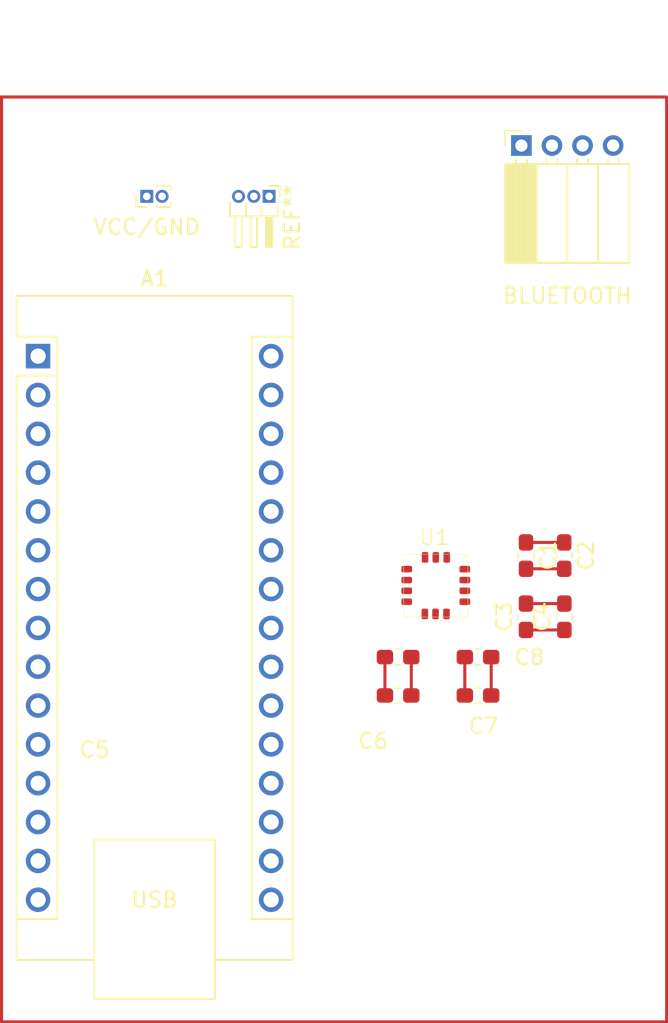
<source format=kicad_pcb>
(kicad_pcb (version 20240108) (generator "pcbnew") (generator_version "8.0")
  (layers (0 "F.Cu" signal) (31 "B.Cu" signal) (34 "B.Paste" user) (35 "F.Paste" user) (36 "B.SilkS" user "B.Silkscreen") (37 "F.SilkS" user "F.Silkscreen") (38 "B.Mask" user) (39 "F.Mask" user) (44 "Edge.Cuts" user))
  (net 0 "")
  (net 31 "Net-(C1-Pad1)")
  (net 32 "Net-(C1-Pad2)")
  (net 33 "Net-(C3-Pad2)")
  (net 34 "Net-(C3-Pad1)")
  (net 35 "Net-(C5-Pad2)")
  (net 36 "Net-(C5-Pad1)")
  (net 37 "Net-(C7-Pad2)")
  (net 38 "Net-(C7-Pad1)")
  (net 43 "Net-(U1-GND-Pad12)")
  (footprint "Capacitor_SMD:C_0603_1608Metric_Pad1.08x0.95mm_HandSolder" (layer "F.Cu") (at 166.4375 97.1475)
    (property "Reference" "C6" (at -1.6275 2.99 0) (layer "F.SilkS"))
    (property "Value" "C")
    (fp_line (start -0.146267 -0.51) (end 0.146267 -0.51) (stroke (width 0.12)) (layer "F.SilkS"))
    (fp_line (start -0.146267 0.51) (end 0.146267 0.51) (stroke (width 0.12)) (layer "F.SilkS"))
    (pad "1" smd roundrect (at -0.8625 0) (size 1.075 0.95) (layers "F.Cu" "F.Paste" "F.Mask") (net 36 "Net-(C5-Pad1)"))
    (pad "2" smd roundrect (at 0.8625 0) (size 1.075 0.95) (layers "F.Cu" "F.Paste" "F.Mask") (net 35 "Net-(C5-Pad2)"))
  )
  (footprint "Capacitor_SMD:C_0603_1608Metric_Pad1.08x0.95mm_HandSolder" (layer "F.Cu") (at 171.6625 97.1475 180)
    (property "Reference" "C7" (at -0.3625 -1.99 180) (layer "F.SilkS"))
    (property "Value" "C")
    (fp_line (start -0.146267 0.51) (end 0.146267 0.51) (stroke (width 0.12)) (layer "F.SilkS"))
    (fp_line (start -0.146267 -0.51) (end 0.146267 -0.51) (stroke (width 0.12)) (layer "F.SilkS"))
    (pad "1" smd roundrect (at -0.8625 0 180) (size 1.075 0.95) (layers "F.Cu" "F.Paste" "F.Mask") (net 38 "Net-(C7-Pad1)"))
    (pad "2" smd roundrect (at 0.8625 0 180) (size 1.075 0.95) (layers "F.Cu" "F.Paste" "F.Mask") (net 37 "Net-(C7-Pad2)"))
  )
  (footprint "Capacitor_SMD:C_0603_1608Metric_Pad1.08x0.95mm_HandSolder" (layer "F.Cu") (at 174.8 88 -90)
    (property "Reference" "C1" (at 0 -1.43 90) (layer "F.SilkS"))
    (property "Value" "C")
    (fp_line (start -0.146267 0.51) (end 0.146267 0.51) (stroke (width 0.12)) (layer "F.SilkS"))
    (fp_line (start -0.146267 -0.51) (end 0.146267 -0.51) (stroke (width 0.12)) (layer "F.SilkS"))
    (pad "1" smd roundrect (at -0.8625 0 270) (size 1.075 0.95) (layers "F.Cu" "F.Paste" "F.Mask") (net 31 "Net-(C1-Pad1)"))
    (pad "2" smd roundrect (at 0.8625 0 270) (size 1.075 0.95) (layers "F.Cu" "F.Paste" "F.Mask") (net 32 "Net-(C1-Pad2)"))
  )
  (footprint "ee410:adxl359" (layer "F.Cu") (at 169 90 -90)
    (property "Reference" "U1" (at -3.2 0.2 0) (layer "F.SilkS") (effects (font (thickness 0.1))))
    (property "Value" "ADXL363")
    (fp_line (start -2.1 -1.7) (end -1.8 -2) (stroke (width 0.025)) (layer "F.SilkS"))
    (fp_rect (start -2.0845 -2) (end 2.0155 2.2) (stroke (width 0.025)) (fill none) (layer "F.SilkS"))
    (pad "1" smd roundrect (at -1.8845 -0.6155 270) (size 0.7 0.431) (layers "F.Cu" "F.Paste" "F.Mask"))
    (pad "2" smd roundrect (at -1.8845 0.1 270) (size 0.7 0.431) (layers "F.Cu" "F.Paste" "F.Mask"))
    (pad "3" smd roundrect (at -1.8845 0.8 270) (size 0.7 0.431) (layers "F.Cu" "F.Paste" "F.Mask"))
    (pad "4" smd roundrect (at -1.1155 2 180) (size 0.7 0.431) (layers "F.Cu" "F.Paste" "F.Mask"))
    (pad "5" smd roundrect (at -0.4 2 180) (size 0.7 0.431) (layers "F.Cu" "F.Paste" "F.Mask"))
    (pad "6" smd roundrect (at 0.3 2 180) (size 0.7 0.431) (layers "F.Cu" "F.Paste" "F.Mask"))
    (pad "7" smd roundrect (at 1.0155 2 180) (size 0.7 0.431) (layers "F.Cu" "F.Paste" "F.Mask"))
    (pad "8" smd roundrect (at 1.8155 0.8155 270) (size 0.7 0.431) (layers "F.Cu" "F.Paste" "F.Mask"))
    (pad "9" smd roundrect (at 1.8155 0.1155 270) (size 0.7 0.431) (layers "F.Cu" "F.Paste" "F.Mask"))
    (pad "10" smd roundrect (at 1.8155 -0.6 270) (size 0.7 0.431) (layers "F.Cu" "F.Paste" "F.Mask"))
    (pad "11" smd roundrect (at 1.0155 -1.8 180) (size 0.7 0.431) (layers "F.Cu" "F.Paste" "F.Mask"))
    (pad "12" smd roundrect (at 0.3 -1.8 180) (size 0.7 0.431) (layers "F.Cu" "F.Paste" "F.Mask") (net 43 "Net-(U1-GND-Pad12)"))
    (pad "13" smd roundrect (at -0.4 -1.8 180) (size 0.7 0.431) (layers "F.Cu" "F.Paste" "F.Mask") (net 43 "Net-(U1-GND-Pad12)"))
    (pad "14" smd roundrect (at -1.1155 -1.8 180) (size 0.7 0.431) (layers "F.Cu" "F.Paste" "F.Mask"))
  )
  (footprint "Capacitor_SMD:C_0603_1608Metric_Pad1.08x0.95mm_HandSolder" (layer "F.Cu") (at 177.3 88 -90)
    (property "Reference" "C2" (at 0 -1.43 90) (layer "F.SilkS"))
    (property "Value" "C")
    (fp_line (start -0.146267 0.51) (end 0.146267 0.51) (stroke (width 0.12)) (layer "F.SilkS"))
    (fp_line (start -0.146267 -0.51) (end 0.146267 -0.51) (stroke (width 0.12)) (layer "F.SilkS"))
    (pad "1" smd roundrect (at -0.8625 0 270) (size 1.075 0.95) (layers "F.Cu" "F.Paste" "F.Mask") (net 31 "Net-(C1-Pad1)"))
    (pad "2" smd roundrect (at 0.8625 0 270) (size 1.075 0.95) (layers "F.Cu" "F.Paste" "F.Mask") (net 32 "Net-(C1-Pad2)"))
  )
  (footprint "Connector_PinSocket_2.00mm:PinSocket_1x04_P2.00mm_Horizontal" (layer "F.Cu") (at 174.5 61.175 90)
    (property "Reference" "BLUETOOTH" (at -9.825 3 0) (layer "F.SilkS"))
    (property "Value" "PinSocket_1x04_P2.00mm_Horizontal" (hide yes))
    (fp_line (start 0.935 -1.06) (end 0.935 0) (stroke (width 0.12)) (layer "F.SilkS"))
    (fp_line (start 0 -1.06) (end 0.935 -1.06) (stroke (width 0.12)) (layer "F.SilkS"))
    (fp_line (start -1.21 -1.06) (end -1.21 7.06) (stroke (width 0.12)) (layer "F.SilkS"))
    (fp_line (start -7.68 -1.06) (end -1.21 -1.06) (stroke (width 0.12)) (layer "F.SilkS"))
    (fp_line (start -7.68 -1.06) (end -7.68 7.06) (stroke (width 0.12)) (layer "F.SilkS"))
    (fp_line (start -7.68 -0.94) (end -1.21 -0.94) (stroke (width 0.12)) (layer "F.SilkS"))
    (fp_line (start -7.68 -0.825882) (end -1.21 -0.825882) (stroke (width 0.12)) (layer "F.SilkS"))
    (fp_line (start -7.68 -0.711764) (end -1.21 -0.711764) (stroke (width 0.12)) (layer "F.SilkS"))
    (fp_line (start -7.68 -0.597646) (end -1.21 -0.597646) (stroke (width 0.12)) (layer "F.SilkS"))
    (fp_line (start -7.68 -0.483528) (end -1.21 -0.483528) (stroke (width 0.12)) (layer "F.SilkS"))
    (fp_line (start -7.68 -0.36941) (end -1.21 -0.36941) (stroke (width 0.12)) (layer "F.SilkS"))
    (fp_line (start -1.21 -0.36) (end -0.935 -0.36) (stroke (width 0.12)) (layer "F.SilkS"))
    (fp_line (start -7.68 -0.255292) (end -1.21 -0.255292) (stroke (width 0.12)) (layer "F.SilkS"))
    (fp_line (start -7.68 -0.141174) (end -1.21 -0.141174) (stroke (width 0.12)) (layer "F.SilkS"))
    (fp_line (start -7.68 -0.027056) (end -1.21 -0.027056) (stroke (width 0.12)) (layer "F.SilkS"))
    (fp_line (start -7.68 0.087062) (end -1.21 0.087062) (stroke (width 0.12)) (layer "F.SilkS"))
    (fp_line (start -7.68 0.20118) (end -1.21 0.20118) (stroke (width 0.12)) (layer "F.SilkS"))
    (fp_line (start -7.68 0.315298) (end -1.21 0.315298) (stroke (width 0.12)) (layer "F.SilkS"))
    (fp_line (start -1.21 0.36) (end -0.935 0.36) (stroke (width 0.12)) (layer "F.SilkS"))
    (fp_line (start -7.68 0.429416) (end -1.21 0.429416) (stroke (width 0.12)) (layer "F.SilkS"))
    (fp_line (start -7.68 0.543534) (end -1.21 0.543534) (stroke (width 0.12)) (layer "F.SilkS"))
    (fp_line (start -7.68 0.657652) (end -1.21 0.657652) (stroke (width 0.12)) (layer "F.SilkS"))
    (fp_line (start -7.68 0.77177) (end -1.21 0.77177) (stroke (width 0.12)) (layer "F.SilkS"))
    (fp_line (start -7.68 0.885888) (end -1.21 0.885888) (stroke (width 0.12)) (layer "F.SilkS"))
    (fp_line (start -7.68 1) (end -1.21 1) (stroke (width 0.12)) (layer "F.SilkS"))
    (fp_line (start -1.21 1.64) (end -0.862917 1.64) (stroke (width 0.12)) (layer "F.SilkS"))
    (fp_line (start -1.21 2.36) (end -0.862917 2.36) (stroke (width 0.12)) (layer "F.SilkS"))
    (fp_line (start -7.68 3) (end -1.21 3) (stroke (width 0.12)) (layer "F.SilkS"))
    (fp_line (start -1.21 3.64) (end -0.862917 3.64) (stroke (width 0.12)) (layer "F.SilkS"))
    (fp_line (start -1.21 4.36) (end -0.862917 4.36) (stroke (width 0.12)) (layer "F.SilkS"))
    (fp_line (start -7.68 5) (end -1.21 5) (stroke (width 0.12)) (layer "F.SilkS"))
    (fp_line (start -1.21 5.64) (end -0.862917 5.64) (stroke (width 0.12)) (layer "F.SilkS"))
    (fp_line (start -1.21 6.36) (end -0.862917 6.36) (stroke (width 0.12)) (layer "F.SilkS"))
    (fp_line (start -7.68 7.06) (end -1.21 7.06) (stroke (width 0.12)) (layer "F.SilkS"))
    (pad "1" thru_hole rect (at 0 0 90) (size 1.35 1.35) (drill 0.8) (layers "*.Cu" "*.Mask"))
    (pad "2" thru_hole oval (at 0 2 90) (size 1.35 1.35) (drill 0.8) (layers "*.Cu" "*.Mask"))
    (pad "3" thru_hole oval (at 0 4 90) (size 1.35 1.35) (drill 0.8) (layers "*.Cu" "*.Mask"))
    (pad "4" thru_hole oval (at 0 6 90) (size 1.35 1.35) (drill 0.8) (layers "*.Cu" "*.Mask"))
  )
  (footprint "Capacitor_SMD:C_0603_1608Metric_Pad1.08x0.95mm_HandSolder" (layer "F.Cu") (at 171.6625 94.6375 180)
    (property "Reference" "C8" (at -3.3625 0 180) (layer "F.SilkS"))
    (property "Value" "C")
    (fp_line (start -0.146267 0.51) (end 0.146267 0.51) (stroke (width 0.12)) (layer "F.SilkS"))
    (fp_line (start -0.146267 -0.51) (end 0.146267 -0.51) (stroke (width 0.12)) (layer "F.SilkS"))
    (pad "1" smd roundrect (at -0.8625 0 180) (size 1.075 0.95) (layers "F.Cu" "F.Paste" "F.Mask") (net 38 "Net-(C7-Pad1)"))
    (pad "2" smd roundrect (at 0.8625 0 180) (size 1.075 0.95) (layers "F.Cu" "F.Paste" "F.Mask") (net 37 "Net-(C7-Pad2)"))
  )
  (footprint "Capacitor_SMD:C_0603_1608Metric_Pad1.08x0.95mm_HandSolder" (layer "F.Cu") (at 174.8 92 90)
    (property "Reference" "C3" (at 0 -1.43 270) (layer "F.SilkS"))
    (property "Value" "C")
    (fp_line (start -0.146267 -0.51) (end 0.146267 -0.51) (stroke (width 0.12)) (layer "F.SilkS"))
    (fp_line (start -0.146267 0.51) (end 0.146267 0.51) (stroke (width 0.12)) (layer "F.SilkS"))
    (pad "1" smd roundrect (at -0.8625 0 90) (size 1.075 0.95) (layers "F.Cu" "F.Paste" "F.Mask") (net 34 "Net-(C3-Pad1)"))
    (pad "2" smd roundrect (at 0.8625 0 90) (size 1.075 0.95) (layers "F.Cu" "F.Paste" "F.Mask") (net 33 "Net-(C3-Pad2)"))
  )
  (footprint "Connector_PinHeader_1.00mm:PinHeader_1x03_P1.00mm_Horizontal" (layer "F.Cu") (at 158 64.5 -90)
    (property "Reference" "REF**" (at 1.375 -1.5 90) (layer "F.SilkS"))
    (property "Value" "PinHeader_1x03_P1.00mm_Horizontal")
    (fp_line (start 1.31 2.56) (end 0.394493 2.56) (stroke (width 0.12)) (layer "F.SilkS"))
    (fp_line (start 3.31 2.21) (end 1.31 2.21) (stroke (width 0.12)) (layer "F.SilkS"))
    (fp_line (start 1.31 1.79) (end 3.31 1.79) (stroke (width 0.12)) (layer "F.SilkS"))
    (fp_line (start 3.31 1.79) (end 3.31 2.21) (stroke (width 0.12)) (layer "F.SilkS"))
    (fp_line (start 0.468215 1.5) (end 1.31 1.5) (stroke (width 0.12)) (layer "F.SilkS"))
    (fp_line (start 3.31 1.21) (end 1.31 1.21) (stroke (width 0.12)) (layer "F.SilkS"))
    (fp_line (start 1.31 0.79) (end 3.31 0.79) (stroke (width 0.12)) (layer "F.SilkS"))
    (fp_line (start 3.31 0.79) (end 3.31 1.21) (stroke (width 0.12)) (layer "F.SilkS"))
    (fp_line (start 0.685 0.5) (end 1.31 0.5) (stroke (width 0.12)) (layer "F.SilkS"))
    (fp_line (start 3.31 0.21) (end 1.31 0.21) (stroke (width 0.12)) (layer "F.SilkS"))
    (fp_line (start 1.31 0.09) (end 3.31 0.09) (stroke (width 0.12)) (layer "F.SilkS"))
    (fp_line (start -0.685 0) (end -0.685 -0.685) (stroke (width 0.12)) (layer "F.SilkS"))
    (fp_line (start 1.31 -0.03) (end 3.31 -0.03) (stroke (width 0.12)) (layer "F.SilkS"))
    (fp_line (start 1.31 -0.15) (end 3.31 -0.15) (stroke (width 0.12)) (layer "F.SilkS"))
    (fp_line (start 1.31 -0.21) (end 3.31 -0.21) (stroke (width 0.12)) (layer "F.SilkS"))
    (fp_line (start 3.31 -0.21) (end 3.31 0.21) (stroke (width 0.12)) (layer "F.SilkS"))
    (fp_line (start 0.685 -0.56) (end 1.31 -0.56) (stroke (width 0.12)) (layer "F.SilkS"))
    (fp_line (start 1.31 -0.56) (end 1.31 2.56) (stroke (width 0.12)) (layer "F.SilkS"))
    (fp_line (start -0.685 -0.685) (end 0 -0.685) (stroke (width 0.12)) (layer "F.SilkS"))
    (pad "1" thru_hole rect (at 0 0 270) (size 0.85 0.85) (drill 0.5) (layers "*.Cu" "*.Mask"))
    (pad "2" thru_hole oval (at 0 1 270) (size 0.85 0.85) (drill 0.5) (layers "*.Cu" "*.Mask"))
    (pad "3" thru_hole oval (at 0 2 270) (size 0.85 0.85) (drill 0.5) (layers "*.Cu" "*.Mask"))
  )
  (footprint "Connector_PinHeader_1.00mm:PinHeader_1x02_P1.00mm_Vertical" (layer "F.Cu") (at 150 64.5 90)
    (property "Reference" "VCC/GND" (at -2 0 0) (layer "F.SilkS"))
    (property "Value" "PinHeader_1x02_P1.00mm_Vertical" (hide yes))
    (fp_line (start -0.695 -0.685) (end 0 -0.685) (stroke (width 0.12)) (layer "F.SilkS"))
    (fp_line (start -0.695 0) (end -0.695 -0.685) (stroke (width 0.12)) (layer "F.SilkS"))
    (fp_line (start 0.695 0.685) (end 0.695 1.56) (stroke (width 0.12)) (layer "F.SilkS"))
    (fp_line (start 0.608276 0.685) (end 0.695 0.685) (stroke (width 0.12)) (layer "F.SilkS"))
    (fp_line (start -0.695 0.685) (end -0.608276 0.685) (stroke (width 0.12)) (layer "F.SilkS"))
    (fp_line (start -0.695 0.685) (end -0.695 1.56) (stroke (width 0.12)) (layer "F.SilkS"))
    (fp_line (start 0.394493 1.56) (end 0.695 1.56) (stroke (width 0.12)) (layer "F.SilkS"))
    (fp_line (start -0.695 1.56) (end -0.394493 1.56) (stroke (width 0.12)) (layer "F.SilkS"))
    (pad "1" thru_hole rect (at 0 0 90) (size 0.85 0.85) (drill 0.5) (layers "*.Cu" "*.Mask"))
    (pad "2" thru_hole oval (at 0 1 90) (size 0.85 0.85) (drill 0.5) (layers "*.Cu" "*.Mask"))
  )
  (footprint "Capacitor_SMD:C_0603_1608Metric_Pad1.08x0.95mm_HandSolder" (layer "F.Cu") (at 177.31 92 90)
    (property "Reference" "C4" (at 0 -1.43 270) (layer "F.SilkS"))
    (property "Value" "C")
    (fp_line (start -0.146267 -0.51) (end 0.146267 -0.51) (stroke (width 0.12)) (layer "F.SilkS"))
    (fp_line (start -0.146267 0.51) (end 0.146267 0.51) (stroke (width 0.12)) (layer "F.SilkS"))
    (pad "1" smd roundrect (at -0.8625 0 90) (size 1.075 0.95) (layers "F.Cu" "F.Paste" "F.Mask") (net 34 "Net-(C3-Pad1)"))
    (pad "2" smd roundrect (at 0.8625 0 90) (size 1.075 0.95) (layers "F.Cu" "F.Paste" "F.Mask") (net 33 "Net-(C3-Pad2)"))
  )
  (footprint "Capacitor_SMD:C_0603_1608Metric_Pad1.08x0.95mm_HandSolder" (layer "F.Cu") (at 166.4375 94.6375)
    (property "Reference" "C5" (at -19.8625 6.06 0) (layer "F.SilkS"))
    (property "Value" "C")
    (fp_line (start -0.146267 -0.51) (end 0.146267 -0.51) (stroke (width 0.12)) (layer "F.SilkS"))
    (fp_line (start -0.146267 0.51) (end 0.146267 0.51) (stroke (width 0.12)) (layer "F.SilkS"))
    (pad "1" smd roundrect (at -0.8625 0) (size 1.075 0.95) (layers "F.Cu" "F.Paste" "F.Mask") (net 36 "Net-(C5-Pad1)"))
    (pad "2" smd roundrect (at 0.8625 0) (size 1.075 0.95) (layers "F.Cu" "F.Paste" "F.Mask") (net 35 "Net-(C5-Pad2)"))
  )
  (footprint "Module:Arduino_Nano" (layer "F.Cu") (at 142.89 74.95)
    (property "Reference" "A1" (at 7.62 -5.08 360) (layer "F.SilkS"))
    (property "Value" "Arduino_Nano_v2.x")
    (fp_line (start -1.4 -3.94) (end -1.4 -1.27) (stroke (width 0.12)) (layer "F.SilkS"))
    (fp_line (start -1.4 1.27) (end -1.4 39.5) (stroke (width 0.12)) (layer "F.SilkS"))
    (fp_line (start -1.4 39.5) (end 3.68 39.5) (stroke (width 0.12)) (layer "F.SilkS"))
    (fp_line (start 1.27 -1.27) (end -1.4 -1.27) (stroke (width 0.12)) (layer "F.SilkS"))
    (fp_line (start 1.27 1.27) (end -1.4 1.27) (stroke (width 0.12)) (layer "F.SilkS"))
    (fp_line (start 1.27 1.27) (end 1.27 -1.27) (stroke (width 0.12)) (layer "F.SilkS"))
    (fp_line (start 1.27 1.27) (end 1.27 36.83) (stroke (width 0.12)) (layer "F.SilkS"))
    (fp_line (start 1.27 36.83) (end -1.4 36.83) (stroke (width 0.12)) (layer "F.SilkS"))
    (fp_line (start 3.68 31.62) (end 11.56 31.62) (stroke (width 0.12)) (layer "F.SilkS"))
    (fp_line (start 3.68 42.04) (end 3.68 31.62) (stroke (width 0.12)) (layer "F.SilkS"))
    (fp_line (start 11.56 31.62) (end 11.56 42.04) (stroke (width 0.12)) (layer "F.SilkS"))
    (fp_line (start 11.56 42.04) (end 3.68 42.04) (stroke (width 0.12)) (layer "F.SilkS"))
    (fp_line (start 13.97 -1.27) (end 13.97 36.83) (stroke (width 0.12)) (layer "F.SilkS"))
    (fp_line (start 13.97 -1.27) (end 16.64 -1.27) (stroke (width 0.12)) (layer "F.SilkS"))
    (fp_line (start 13.97 36.83) (end 16.64 36.83) (stroke (width 0.12)) (layer "F.SilkS"))
    (fp_line (start 16.64 -3.94) (end -1.4 -3.94) (stroke (width 0.12)) (layer "F.SilkS"))
    (fp_line (start 16.64 39.5) (end 11.56 39.5) (stroke (width 0.12)) (layer "F.SilkS"))
    (fp_line (start 16.64 39.5) (end 16.64 -3.94) (stroke (width 0.12)) (layer "F.SilkS"))
    (fp_text user "USB" (at 7.62 35.56 0) (layer "F.SilkS"))
    (pad "1" thru_hole rect (at 0 0) (size 1.6 1.6) (drill 1) (layers "*.Cu" "*.Mask"))
    (pad "2" thru_hole oval (at 0 2.54) (size 1.6 1.6) (drill 1) (layers "*.Cu" "*.Mask"))
    (pad "3" thru_hole oval (at 0 5.08) (size 1.6 1.6) (drill 1) (layers "*.Cu" "*.Mask"))
    (pad "4" thru_hole oval (at 0 7.62) (size 1.6 1.6) (drill 1) (layers "*.Cu" "*.Mask"))
    (pad "5" thru_hole oval (at 0 10.16) (size 1.6 1.6) (drill 1) (layers "*.Cu" "*.Mask"))
    (pad "6" thru_hole oval (at 0 12.7) (size 1.6 1.6) (drill 1) (layers "*.Cu" "*.Mask"))
    (pad "7" thru_hole oval (at 0 15.24) (size 1.6 1.6) (drill 1) (layers "*.Cu" "*.Mask"))
    (pad "8" thru_hole oval (at 0 17.78) (size 1.6 1.6) (drill 1) (layers "*.Cu" "*.Mask"))
    (pad "9" thru_hole oval (at 0 20.32) (size 1.6 1.6) (drill 1) (layers "*.Cu" "*.Mask"))
    (pad "10" thru_hole oval (at 0 22.86) (size 1.6 1.6) (drill 1) (layers "*.Cu" "*.Mask"))
    (pad "11" thru_hole oval (at 0 25.4) (size 1.6 1.6) (drill 1) (layers "*.Cu" "*.Mask"))
    (pad "12" thru_hole oval (at 0 27.94) (size 1.6 1.6) (drill 1) (layers "*.Cu" "*.Mask"))
    (pad "13" thru_hole oval (at 0 30.48) (size 1.6 1.6) (drill 1) (layers "*.Cu" "*.Mask"))
    (pad "14" thru_hole oval (at 0 33.02) (size 1.6 1.6) (drill 1) (layers "*.Cu" "*.Mask"))
    (pad "15" thru_hole oval (at 0 35.56) (size 1.6 1.6) (drill 1) (layers "*.Cu" "*.Mask"))
    (pad "16" thru_hole oval (at 15.24 35.56) (size 1.6 1.6) (drill 1) (layers "*.Cu" "*.Mask"))
    (pad "17" thru_hole oval (at 15.24 33.02) (size 1.6 1.6) (drill 1) (layers "*.Cu" "*.Mask"))
    (pad "18" thru_hole oval (at 15.24 30.48) (size 1.6 1.6) (drill 1) (layers "*.Cu" "*.Mask"))
    (pad "19" thru_hole oval (at 15.24 27.94) (size 1.6 1.6) (drill 1) (layers "*.Cu" "*.Mask"))
    (pad "20" thru_hole oval (at 15.24 25.4) (size 1.6 1.6) (drill 1) (layers "*.Cu" "*.Mask"))
    (pad "21" thru_hole oval (at 15.24 22.86) (size 1.6 1.6) (drill 1) (layers "*.Cu" "*.Mask"))
    (pad "22" thru_hole oval (at 15.24 20.32) (size 1.6 1.6) (drill 1) (layers "*.Cu" "*.Mask"))
    (pad "23" thru_hole oval (at 15.24 17.78) (size 1.6 1.6) (drill 1) (layers "*.Cu" "*.Mask"))
    (pad "24" thru_hole oval (at 15.24 15.24) (size 1.6 1.6) (drill 1) (layers "*.Cu" "*.Mask"))
    (pad "25" thru_hole oval (at 15.24 12.7) (size 1.6 1.6) (drill 1) (layers "*.Cu" "*.Mask"))
    (pad "26" thru_hole oval (at 15.24 10.16) (size 1.6 1.6) (drill 1) (layers "*.Cu" "*.Mask"))
    (pad "27" thru_hole oval (at 15.24 7.62) (size 1.6 1.6) (drill 1) (layers "*.Cu" "*.Mask"))
    (pad "28" thru_hole oval (at 15.24 5.08) (size 1.6 1.6) (drill 1) (layers "*.Cu" "*.Mask"))
    (pad "29" thru_hole oval (at 15.24 2.54) (size 1.6 1.6) (drill 1) (layers "*.Cu" "*.Mask"))
    (pad "30" thru_hole oval (at 15.24 0) (size 1.6 1.6) (drill 1) (layers "*.Cu" "*.Mask"))
  )
  (gr_rect (start 140.5 58) (end 184 118.5) (stroke (width 0.2)) (fill none) (layer "F.Cu"))
  (segment (start 174.8 87.1375) (end 177.3 87.1375) (width 0.2) (layer "F.Cu") (net 31))
  (segment (start 174.8 88.8625) (end 177.3 88.8625) (width 0.2) (layer "F.Cu") (net 32))
  (segment (start 174.8 91.1375) (end 177.31 91.1375) (width 0.2) (layer "F.Cu") (net 33))
  (segment (start 174.8 92.8625) (end 177.31 92.8625) (width 0.2) (layer "F.Cu") (net 34))
  (segment (start 167.3 97.1475) (end 167.3 94.6375) (width 0.2) (layer "F.Cu") (net 35))
  (segment (start 165.575 94.6375) (end 165.575 97.1475) (width 0.2) (layer "F.Cu") (net 36))
  (segment (start 170.8 94.6375) (end 170.8 97.1475) (width 0.2) (layer "F.Cu") (net 37))
  (segment (start 172.525 97.1475) (end 172.525 94.6375) (width 0.2) (layer "F.Cu") (net 38))
)
</source>
